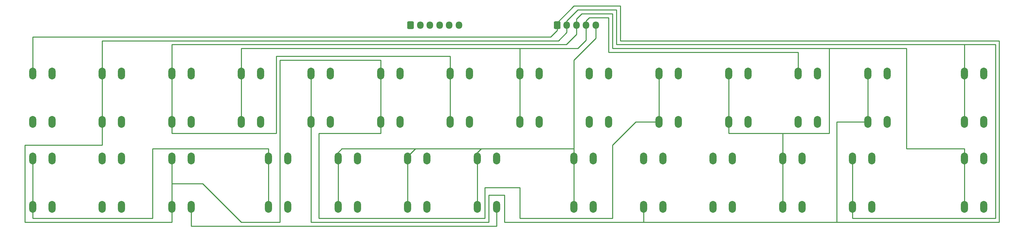
<source format=gbr>
%TF.GenerationSoftware,KiCad,Pcbnew,(6.0.8)*%
%TF.CreationDate,2022-12-29T19:12:47+02:00*%
%TF.ProjectId,mahjong_control_panel,6d61686a-6f6e-4675-9f63-6f6e74726f6c,rev?*%
%TF.SameCoordinates,Original*%
%TF.FileFunction,Copper,L2,Bot*%
%TF.FilePolarity,Positive*%
%FSLAX46Y46*%
G04 Gerber Fmt 4.6, Leading zero omitted, Abs format (unit mm)*
G04 Created by KiCad (PCBNEW (6.0.8)) date 2022-12-29 19:12:47*
%MOMM*%
%LPD*%
G01*
G04 APERTURE LIST*
G04 Aperture macros list*
%AMRoundRect*
0 Rectangle with rounded corners*
0 $1 Rounding radius*
0 $2 $3 $4 $5 $6 $7 $8 $9 X,Y pos of 4 corners*
0 Add a 4 corners polygon primitive as box body*
4,1,4,$2,$3,$4,$5,$6,$7,$8,$9,$2,$3,0*
0 Add four circle primitives for the rounded corners*
1,1,$1+$1,$2,$3*
1,1,$1+$1,$4,$5*
1,1,$1+$1,$6,$7*
1,1,$1+$1,$8,$9*
0 Add four rect primitives between the rounded corners*
20,1,$1+$1,$2,$3,$4,$5,0*
20,1,$1+$1,$4,$5,$6,$7,0*
20,1,$1+$1,$6,$7,$8,$9,0*
20,1,$1+$1,$8,$9,$2,$3,0*%
G04 Aperture macros list end*
%TA.AperFunction,ComponentPad*%
%ADD10O,1.850000X3.048000*%
%TD*%
%TA.AperFunction,ComponentPad*%
%ADD11RoundRect,0.250000X-0.600000X-0.725000X0.600000X-0.725000X0.600000X0.725000X-0.600000X0.725000X0*%
%TD*%
%TA.AperFunction,ComponentPad*%
%ADD12O,1.700000X1.950000*%
%TD*%
%TA.AperFunction,Conductor*%
%ADD13C,0.250000*%
%TD*%
G04 APERTURE END LIST*
D10*
%TO.P,H,1,C*%
%TO.N,COM3-10*%
X153000000Y-42500000D03*
X153000000Y-55000000D03*
%TO.P,H,2,D*%
%TO.N,KEY1-5*%
X158000000Y-55000000D03*
X158000000Y-42500000D03*
%TD*%
%TO.P,C,1,C*%
%TO.N,COM2-6*%
X63000000Y-55000000D03*
X63000000Y-42500000D03*
%TO.P,C,2,D*%
%TO.N,KEY0-4*%
X68000000Y-42500000D03*
X68000000Y-55000000D03*
%TD*%
%TO.P,I,1,C*%
%TO.N,COM0-3*%
X171000000Y-55000000D03*
X171000000Y-42500000D03*
%TO.P,I,2,D*%
%TO.N,KEY2-8*%
X176000000Y-55000000D03*
X176000000Y-42500000D03*
%TD*%
%TO.P,RIICHI,1,C*%
%TO.N,COM1-2*%
X239000000Y-77000000D03*
X239000000Y-64500000D03*
%TO.P,RIICHI,2,D*%
%TO.N,KEY4-11*%
X244000000Y-77000000D03*
X244000000Y-64500000D03*
%TD*%
%TO.P,RON,1,C*%
%TO.N,COM2-6*%
X268000000Y-64500000D03*
X268000000Y-77000000D03*
%TO.P,RON,2,D*%
%TO.N,KEY4-11*%
X273000000Y-77000000D03*
X273000000Y-64500000D03*
%TD*%
%TO.P,KAN,1,C*%
%TO.N,COM0-3*%
X185000000Y-77000000D03*
X185000000Y-64500000D03*
%TO.P,KAN,2,D*%
%TO.N,KEY4-11*%
X190000000Y-64500000D03*
X190000000Y-77000000D03*
%TD*%
%TO.P,LAST,1,C*%
%TO.N,COM4-7*%
X167000000Y-64500000D03*
X167000000Y-77000000D03*
%TO.P,LAST,2,D*%
%TO.N,KEY0-4*%
X172000000Y-64500000D03*
X172000000Y-77000000D03*
%TD*%
%TO.P,D,1,C*%
%TO.N,COM3-10*%
X81000000Y-55000000D03*
X81000000Y-42500000D03*
%TO.P,D,2,D*%
%TO.N,KEY0-4*%
X86000000Y-55000000D03*
X86000000Y-42500000D03*
%TD*%
%TO.P,K,1,C*%
%TO.N,COM2-6*%
X207000000Y-55000000D03*
X207000000Y-42500000D03*
%TO.P,K,2,D*%
%TO.N,KEY2-8*%
X212000000Y-55000000D03*
X212000000Y-42500000D03*
%TD*%
%TO.P,PON,1,C*%
%TO.N,COM3-10*%
X203000000Y-77000000D03*
X203000000Y-64500000D03*
%TO.P,PON,2,D*%
%TO.N,KEY3-9*%
X208000000Y-77000000D03*
X208000000Y-64500000D03*
%TD*%
%TO.P,BIG,1,C*%
%TO.N,COM4-7*%
X124000000Y-64500000D03*
X124000000Y-77000000D03*
%TO.P,BIG,2,D*%
%TO.N,KEY4-11*%
X129000000Y-77000000D03*
X129000000Y-64500000D03*
%TD*%
%TO.P,N,1,C*%
%TO.N,COM1-2*%
X268000000Y-42500000D03*
X268000000Y-55000000D03*
%TO.P,N,2,D*%
%TO.N,KEY3-9*%
X273000000Y-42500000D03*
X273000000Y-55000000D03*
%TD*%
%TO.P,F,1,C*%
%TO.N,COM1-2*%
X117000000Y-42500000D03*
X117000000Y-55000000D03*
%TO.P,F,2,D*%
%TO.N,KEY1-5*%
X122000000Y-55000000D03*
X122000000Y-42500000D03*
%TD*%
%TO.P,TAKE,1,C*%
%TO.N,COM4-7*%
X88000000Y-64500000D03*
X88000000Y-77000000D03*
%TO.P,TAKE,2,D*%
%TO.N,KEY1-5*%
X93000000Y-77000000D03*
X93000000Y-64500000D03*
%TD*%
%TO.P,G,1,C*%
%TO.N,COM2-6*%
X135000000Y-42500000D03*
X135000000Y-55000000D03*
%TO.P,G,2,D*%
%TO.N,KEY1-5*%
X140000000Y-55000000D03*
X140000000Y-42500000D03*
%TD*%
%TO.P,BET,1,C*%
%TO.N,COM1-2*%
X63000000Y-64500000D03*
X63000000Y-77000000D03*
%TO.P,BET,2,D*%
%TO.N,KEY5-1*%
X68000000Y-64500000D03*
X68000000Y-77000000D03*
%TD*%
D11*
%TO.P,J2 KEY,1,Pin_1*%
%TO.N,KEY0-4*%
X124750000Y-30000000D03*
D12*
%TO.P,J2 KEY,2,Pin_2*%
%TO.N,KEY1-5*%
X127250000Y-30000000D03*
%TO.P,J2 KEY,3,Pin_3*%
%TO.N,KEY2-8*%
X129750000Y-30000000D03*
%TO.P,J2 KEY,4,Pin_4*%
%TO.N,KEY3-9*%
X132250000Y-30000000D03*
%TO.P,J2 KEY,5,Pin_5*%
%TO.N,KEY4-11*%
X134750000Y-30000000D03*
%TO.P,J2 KEY,6,Pin_6*%
%TO.N,KEY5-1*%
X137250000Y-30000000D03*
%TD*%
D10*
%TO.P,F.F.,1,C*%
%TO.N,COM4-7*%
X27000000Y-64500000D03*
X27000000Y-77000000D03*
%TO.P,F.F.,2,D*%
%TO.N,KEY3-9*%
X32000000Y-64500000D03*
X32000000Y-77000000D03*
%TD*%
%TO.P,WUP,1,C*%
%TO.N,COM4-7*%
X106000000Y-77000000D03*
X106000000Y-64500000D03*
%TO.P,WUP,2,D*%
%TO.N,KEY2-8*%
X111000000Y-77000000D03*
X111000000Y-64500000D03*
%TD*%
%TO.P,START,1,C*%
%TO.N,COM0-3*%
X45000000Y-77000000D03*
X45000000Y-64500000D03*
%TO.P,START,2,D*%
%TO.N,KEY5-1*%
X50000000Y-64500000D03*
X50000000Y-77000000D03*
%TD*%
%TO.P,M,1,C*%
%TO.N,COM0-3*%
X243000000Y-55000000D03*
X243000000Y-42500000D03*
%TO.P,M,2,D*%
%TO.N,KEY3-9*%
X248000000Y-42500000D03*
X248000000Y-55000000D03*
%TD*%
%TO.P,L,1,C*%
%TO.N,COM3-10*%
X225000000Y-42500000D03*
X225000000Y-55000000D03*
%TO.P,L,2,D*%
%TO.N,KEY2-8*%
X230000000Y-42500000D03*
X230000000Y-55000000D03*
%TD*%
%TO.P,CHI,1,C*%
%TO.N,COM2-6*%
X221000000Y-77000000D03*
X221000000Y-64500000D03*
%TO.P,CHI,2,D*%
%TO.N,KEY3-9*%
X226000000Y-64500000D03*
X226000000Y-77000000D03*
%TD*%
%TO.P,B,1,C*%
%TO.N,COM1-2*%
X45000000Y-42500000D03*
X45000000Y-55000000D03*
%TO.P,B,2,D*%
%TO.N,KEY0-4*%
X50000000Y-42500000D03*
X50000000Y-55000000D03*
%TD*%
%TO.P,A,1,C*%
%TO.N,COM0-3*%
X27000000Y-55000000D03*
X27000000Y-42500000D03*
%TO.P,A,2,D*%
%TO.N,KEY0-4*%
X32000000Y-55000000D03*
X32000000Y-42500000D03*
%TD*%
D11*
%TO.P,J1 COM,1,Pin_1*%
%TO.N,COM0-3*%
X162650000Y-30000000D03*
D12*
%TO.P,J1 COM,2,Pin_2*%
%TO.N,COM1-2*%
X165150000Y-30000000D03*
%TO.P,J1 COM,3,Pin_3*%
%TO.N,COM2-6*%
X167650000Y-30000000D03*
%TO.P,J1 COM,4,Pin_4*%
%TO.N,COM3-10*%
X170150000Y-30000000D03*
%TO.P,J1 COM,5,Pin_5*%
%TO.N,COM4-7*%
X172650000Y-30000000D03*
%TD*%
D10*
%TO.P,E,1,C*%
%TO.N,COM0-3*%
X99000000Y-55000000D03*
X99000000Y-42500000D03*
%TO.P,E,2,D*%
%TO.N,KEY1-5*%
X104000000Y-55000000D03*
X104000000Y-42500000D03*
%TD*%
%TO.P,SMALL,1,C*%
%TO.N,COM4-7*%
X142000000Y-64500000D03*
X142000000Y-77000000D03*
%TO.P,SMALL,2,D*%
%TO.N,KEY5-1*%
X147000000Y-64500000D03*
X147000000Y-77000000D03*
%TD*%
%TO.P,J,1,C*%
%TO.N,COM1-2*%
X189000000Y-42500000D03*
X189000000Y-55000000D03*
%TO.P,J,2,D*%
%TO.N,KEY2-8*%
X194000000Y-42500000D03*
X194000000Y-55000000D03*
%TD*%
D13*
%TO.N,COM0-3*%
X235000000Y-80000000D02*
X235000000Y-81000000D01*
X145000000Y-81000000D02*
X145000000Y-74000000D01*
X161000000Y-33000000D02*
X27000000Y-33000000D01*
X145000000Y-74000000D02*
X149000000Y-74000000D01*
X99000000Y-55000000D02*
X99000000Y-42500000D01*
X179000000Y-34000000D02*
X179000000Y-25000000D01*
X243000000Y-55000000D02*
X243000000Y-42500000D01*
X179000000Y-25000000D02*
X167000000Y-25000000D01*
X162650000Y-30000000D02*
X162650000Y-31350000D01*
X235000000Y-55000000D02*
X235000000Y-80000000D01*
X149000000Y-81000000D02*
X277000000Y-81000000D01*
X185000000Y-80000000D02*
X185000000Y-81000000D01*
X167000000Y-25000000D02*
X162650000Y-29350000D01*
X243000000Y-55000000D02*
X235000000Y-55000000D01*
X99000000Y-81000000D02*
X145000000Y-81000000D01*
X185000000Y-77000000D02*
X185000000Y-80000000D01*
X162650000Y-29350000D02*
X162650000Y-30000000D01*
X99000000Y-55000000D02*
X99000000Y-81000000D01*
X162650000Y-31350000D02*
X161000000Y-33000000D01*
X27000000Y-33000000D02*
X27000000Y-42500000D01*
X149000000Y-74000000D02*
X149000000Y-81000000D01*
X277000000Y-81000000D02*
X277000000Y-34000000D01*
X277000000Y-34000000D02*
X179000000Y-34000000D01*
%TO.N,COM1-2*%
X177000000Y-61000000D02*
X177000000Y-80000000D01*
X144000000Y-80000000D02*
X101000000Y-80000000D01*
X101000000Y-80000000D02*
X101000000Y-58000000D01*
X165150000Y-31850000D02*
X165150000Y-30000000D01*
X165150000Y-28850000D02*
X165150000Y-30000000D01*
X178000000Y-35000000D02*
X178000000Y-26000000D01*
X239000000Y-80000000D02*
X276000000Y-80000000D01*
X45000000Y-42500000D02*
X45000000Y-34000000D01*
X63000000Y-77000000D02*
X63000000Y-81000000D01*
X71000000Y-71000000D02*
X63000000Y-71000000D01*
X239000000Y-64500000D02*
X239000000Y-77000000D01*
X25000000Y-64133233D02*
X25000000Y-61000000D01*
X101000000Y-58000000D02*
X117000000Y-58000000D01*
X63000000Y-64500000D02*
X63000000Y-71000000D01*
X189000000Y-42500000D02*
X189000000Y-55000000D01*
X189000000Y-55000000D02*
X183000000Y-55000000D01*
X25000000Y-61000000D02*
X31000000Y-61000000D01*
X45000000Y-61000000D02*
X45000000Y-55000000D01*
X45000000Y-55000000D02*
X45000000Y-42500000D01*
X268000000Y-35000000D02*
X178000000Y-35000000D01*
X268000000Y-55000000D02*
X268000000Y-42500000D01*
X178000000Y-26000000D02*
X168000000Y-26000000D01*
X239000000Y-77000000D02*
X239000000Y-80000000D01*
X91000000Y-39000000D02*
X91000000Y-81000000D01*
X117000000Y-39000000D02*
X91000000Y-39000000D01*
X144000000Y-72000000D02*
X144000000Y-80000000D01*
X153000000Y-80000000D02*
X153000000Y-72000000D01*
X276000000Y-80000000D02*
X276000000Y-35000000D01*
X25000000Y-81000000D02*
X25000000Y-64133233D01*
X45000000Y-34000000D02*
X163000000Y-34000000D01*
X117000000Y-58000000D02*
X117000000Y-55000000D01*
X153000000Y-72000000D02*
X144000000Y-72000000D01*
X81000000Y-81000000D02*
X71000000Y-71000000D01*
X63000000Y-81000000D02*
X25000000Y-81000000D01*
X168000000Y-26000000D02*
X165150000Y-28850000D01*
X63000000Y-71000000D02*
X63000000Y-77000000D01*
X268000000Y-42500000D02*
X268000000Y-35000000D01*
X276000000Y-35000000D02*
X268000000Y-35000000D01*
X28133233Y-61000000D02*
X45000000Y-61000000D01*
X117000000Y-42500000D02*
X117000000Y-39000000D01*
X183000000Y-55000000D02*
X177000000Y-61000000D01*
X177000000Y-80000000D02*
X153000000Y-80000000D01*
X117000000Y-55000000D02*
X117000000Y-42500000D01*
X163000000Y-34000000D02*
X165150000Y-31850000D01*
X91000000Y-81000000D02*
X81000000Y-81000000D01*
%TO.N,COM2-6*%
X177000000Y-36000000D02*
X177000000Y-27000000D01*
X135000000Y-38000000D02*
X90000000Y-38000000D01*
X221000000Y-58000000D02*
X224000000Y-58000000D01*
X63000000Y-55000000D02*
X63000000Y-42500000D01*
X135000000Y-42500000D02*
X135000000Y-55000000D01*
X90000000Y-38000000D02*
X90000000Y-58000000D01*
X207000000Y-55000000D02*
X207000000Y-58000000D01*
X165000000Y-35000000D02*
X167650000Y-32350000D01*
X221000000Y-64500000D02*
X221000000Y-58000000D01*
X63000000Y-42500000D02*
X63000000Y-35000000D01*
X167650000Y-28350000D02*
X167650000Y-30000000D01*
X221000000Y-77000000D02*
X221000000Y-64500000D01*
X63000000Y-58000000D02*
X63000000Y-55000000D01*
X207000000Y-55000000D02*
X207000000Y-42500000D01*
X253000000Y-62000000D02*
X253000000Y-36000000D01*
X253000000Y-36000000D02*
X233000000Y-36000000D01*
X268000000Y-77000000D02*
X268000000Y-64500000D01*
X268000000Y-64500000D02*
X268000000Y-62000000D01*
X233000000Y-36000000D02*
X177000000Y-36000000D01*
X207000000Y-58000000D02*
X224000000Y-58000000D01*
X268000000Y-62000000D02*
X253000000Y-62000000D01*
X224000000Y-58000000D02*
X233000000Y-58000000D01*
X169000000Y-27000000D02*
X167650000Y-28350000D01*
X233000000Y-58000000D02*
X233000000Y-36000000D01*
X177000000Y-27000000D02*
X169000000Y-27000000D01*
X135000000Y-42500000D02*
X135000000Y-38000000D01*
X63000000Y-35000000D02*
X165000000Y-35000000D01*
X167650000Y-32350000D02*
X167650000Y-30000000D01*
X90000000Y-58000000D02*
X63000000Y-58000000D01*
%TO.N,COM3-10*%
X81000000Y-36000000D02*
X153000000Y-36000000D01*
X170150000Y-28850000D02*
X170150000Y-30000000D01*
X168000000Y-36000000D02*
X170150000Y-33850000D01*
X170150000Y-33850000D02*
X170150000Y-30000000D01*
X81000000Y-42500000D02*
X81000000Y-36000000D01*
X225000000Y-42500000D02*
X225000000Y-37000000D01*
X81000000Y-55000000D02*
X81000000Y-42500000D01*
X153000000Y-42500000D02*
X153000000Y-36000000D01*
X153000000Y-55000000D02*
X153000000Y-42500000D01*
X225000000Y-37000000D02*
X176000000Y-37000000D01*
X176000000Y-28000000D02*
X171000000Y-28000000D01*
X153000000Y-36000000D02*
X168000000Y-36000000D01*
X176000000Y-37000000D02*
X176000000Y-28000000D01*
X171000000Y-28000000D02*
X170150000Y-28850000D01*
%TO.N,COM4-7*%
X58000000Y-80000000D02*
X58000000Y-62000000D01*
X167000000Y-64500000D02*
X167000000Y-62000000D01*
X27000000Y-80000000D02*
X58000000Y-80000000D01*
X124000000Y-64500000D02*
X124000000Y-64000000D01*
X167000000Y-62000000D02*
X167000000Y-39000000D01*
X167000000Y-39000000D02*
X172650000Y-33350000D01*
X124000000Y-64000000D02*
X126000000Y-62000000D01*
X88000000Y-64500000D02*
X88000000Y-77000000D01*
X172650000Y-33350000D02*
X172650000Y-30000000D01*
X88000000Y-62000000D02*
X88000000Y-64500000D01*
X124000000Y-77000000D02*
X124000000Y-64500000D01*
X106000000Y-63000000D02*
X107000000Y-62000000D01*
X167000000Y-77000000D02*
X167000000Y-64500000D01*
X142000000Y-63000000D02*
X143000000Y-62000000D01*
X58000000Y-62000000D02*
X88000000Y-62000000D01*
X144000000Y-62000000D02*
X167000000Y-62000000D01*
X27000000Y-64500000D02*
X27000000Y-77000000D01*
X131000000Y-62000000D02*
X144000000Y-62000000D01*
X106000000Y-77000000D02*
X106000000Y-64500000D01*
X142000000Y-77000000D02*
X142000000Y-64500000D01*
X126000000Y-62000000D02*
X131000000Y-62000000D01*
X143000000Y-62000000D02*
X144000000Y-62000000D01*
X142000000Y-64500000D02*
X142000000Y-63000000D01*
X27000000Y-77000000D02*
X27000000Y-80000000D01*
X107000000Y-62000000D02*
X131000000Y-62000000D01*
X106000000Y-64500000D02*
X106000000Y-63000000D01*
%TO.N,KEY5-1*%
X147000000Y-77000000D02*
X147000000Y-82000000D01*
X147000000Y-82000000D02*
X68000000Y-82000000D01*
X68000000Y-82000000D02*
X68000000Y-77000000D01*
%TD*%
M02*

</source>
